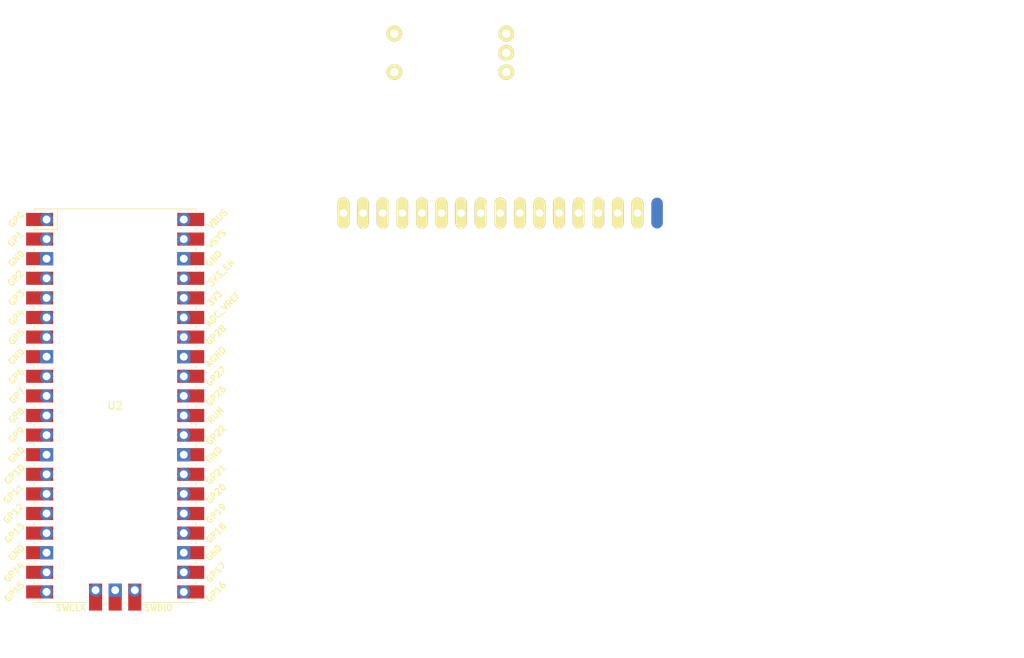
<source format=kicad_pcb>
(kicad_pcb (version 20211014) (generator pcbnew)
  (layers (0 "F.Cu" signal) (31 "B.Cu" signal) (34 "B.Paste" user) (35 "F.Paste" user) (36 "B.SilkS" user "B.Silkscreen") (37 "F.SilkS" user "F.Silkscreen") (38 "B.Mask" user) (39 "F.Mask" user) (44 "Edge.Cuts" user))
  (net 0 "")
  (net 7 "Net-(RV1-Pad3)")
  (net 8 "/LCD_RS")
  (net 9 "/LCD_E")
  (net 10 "/LCD_D4")
  (net 12 "/LCD_D5")
  (net 13 "/LCD_D6")
  (net 14 "/LCD_D7")
  (net 18 "Net-(U1-Pad16)")
  (net 37 "/KILL")
  (net 38 "/UP")
  (net 42 "GND")
  (net 43 "+5V")
  (net 44 "/DOWN")
  (net 45 "/ROT_SW")
  (net 46 "/BACK")
  (net 47 "/ROT_DT")
  (net 48 "/ROT_CLK")
  (net 49 "Net-(U2-Pad20)")
  (net 50 "Net-(U1-Pad15)")
  (footprint "tinkerforge:LCD-20x4" (layer "F.Cu") (at 152.4 83.82)
    (fp_text reference "U1")
    (fp_text value "LCD-20X4")
    (pad "" smd oval (at 1.64084 -27.50058) (size 1.50114 4.0005) (layers "B.Cu" "B.Paste" "B.Mask"))
    (pad "1" thru_hole oval (at -38.99916 -27.50058) (size 1.50114 4.0005) (drill 1.00076) (layers *.Cu *.Mask "F.SilkS") (net 42 "GND"))
    (pad "2" thru_hole oval (at -36.45916 -27.50058) (size 1.50114 4.0005) (drill 1.00076) (layers *.Cu *.Mask "F.SilkS") (net 43 "+5V"))
    (pad "3" thru_hole oval (at -33.91916 -27.50058) (size 1.50114 4.0005) (drill 1.00076) (layers *.Cu *.Mask "F.SilkS") (net 7 "Net-(RV1-Pad3)"))
    (pad "4" thru_hole oval (at -31.37916 -27.50058) (size 1.50114 4.0005) (drill 1.00076) (layers *.Cu *.Mask "F.SilkS") (net 8 "/LCD_RS"))
    (pad "5" thru_hole oval (at -28.83916 -27.50058) (size 1.50114 4.0005) (drill 1.00076) (layers *.Cu *.Mask "F.SilkS") (net 42 "GND"))
    (pad "6" thru_hole oval (at -26.29916 -27.50058) (size 1.50114 4.0005) (drill 1.00076) (layers *.Cu *.Mask "F.SilkS") (net 9 "/LCD_E"))
    (pad "7" thru_hole oval (at -23.75916 -27.50058) (size 1.50114 4.0005) (drill 1.00076) (layers *.Cu *.Mask "F.SilkS"))
    (pad "8" thru_hole oval (at -21.21916 -27.50058) (size 1.50114 4.0005) (drill 1.00076) (layers *.Cu *.Mask "F.SilkS"))
    (pad "9" thru_hole oval (at -18.67916 -27.50058) (size 1.50114 4.0005) (drill 1.00076) (layers *.Cu *.Mask "F.SilkS"))
    (pad "10" thru_hole oval (at -16.13916 -27.50058) (size 1.50114 4.0005) (drill 1.00076) (layers *.Cu *.Mask "F.SilkS"))
    (pad "11" thru_hole oval (at -13.59916 -27.50058) (size 1.50114 4.0005) (drill 1.00076) (layers *.Cu *.Mask "F.SilkS") (net 10 "/LCD_D4"))
    (pad "12" thru_hole oval (at -11.05916 -27.50058) (size 1.50114 4.0005) (drill 1.00076) (layers *.Cu *.Mask "F.SilkS") (net 12 "/LCD_D5"))
    (pad "13" thru_hole oval (at -8.51916 -27.50058) (size 1.50114 4.0005) (drill 1.00076) (layers *.Cu *.Mask "F.SilkS") (net 13 "/LCD_D6"))
    (pad "14" thru_hole oval (at -5.97916 -27.50058) (size 1.50114 4.0005) (drill 1.00076) (layers *.Cu *.Mask "F.SilkS") (net 14 "/LCD_D7"))
    (pad "15" thru_hole oval (at -3.43916 -27.50058) (size 1.50114 4.0005) (drill 1.00076) (layers *.Cu *.Mask "F.SilkS") (net 50 "Net-(U1-Pad15)"))
    (pad "16" thru_hole oval (at -0.89916 -27.50058) (size 1.50114 4.0005) (drill 1.00076) (layers *.Cu *.Mask "F.SilkS") (net 18 "Net-(U1-Pad16)"))
  )
  (footprint "MCU_RaspberryPi_and_Boards:RPi_Pico_SMD_TH" (layer "F.Cu") (at 83.82 81.28)
    (fp_text reference "U2" (at 0 0) (layer "F.SilkS"))
    (fp_text value "Pico")
    (fp_text user "3V3_EN" (at 13.7 -17.2 45) (layer "F.SilkS") (effects (font (size 0.8 0.8))))
    (fp_text user "AGND" (at 13.054 -6.35 45) (layer "F.SilkS") (effects (font (size 0.8 0.8))))
    (fp_text user "GP13" (at -13.054 16.51 45) (layer "F.SilkS") (effects (font (size 0.8 0.8))))
    (fp_text user "GP12" (at -13.2 13.97 45) (layer "F.SilkS") (effects (font (size 0.8 0.8))))
    (fp_text user "RUN" (at 13 1.27 45) (layer "F.SilkS") (effects (font (size 0.8 0.8))))
    (fp_text user "SWCLK" (at -5.7 26.2) (layer "F.SilkS") (effects (font (size 0.8 0.8))))
    (fp_text user "GND" (at -12.8 -19.05 45) (layer "F.SilkS") (effects (font (size 0.8 0.8))))
    (fp_text user "GP10" (at -13.054 8.89 45) (layer "F.SilkS") (effects (font (size 0.8 0.8))))
    (fp_text user "VSYS" (at 13.2 -21.59 45) (layer "F.SilkS") (effects (font (size 0.8 0.8))))
    (fp_text user "GP3" (at -12.8 -13.97 45) (layer "F.SilkS") (effects (font (size 0.8 0.8))))
    (fp_text user "GND" (at -12.8 -6.35 45) (layer "F.SilkS") (effects (font (size 0.8 0.8))))
    (fp_text user "GP1" (at -12.9 -21.6 45) (layer "F.SilkS") (effects (font (size 0.8 0.8))))
    (fp_text user "GP17" (at 13.054 21.59 45) (layer "F.SilkS") (effects (font (size 0.8 0.8))))
    (fp_text user "GP20" (at 13.054 11.43 45) (layer "F.SilkS") (effects (font (size 0.8 0.8))))
    (fp_text user "GP15" (at -13.054 24.13 45) (layer "F.SilkS") (effects (font (size 0.8 0.8))))
    (fp_text user "GND" (at 12.8 6.35 45) (layer "F.SilkS") (effects (font (size 0.8 0.8))))
    (fp_text user "ADC_VREF" (at 14 -12.5 45) (layer "F.SilkS") (effects (font (size 0.8 0.8))))
    (fp_text user "GP8" (at -12.8 1.27 45) (layer "F.SilkS") (effects (font (size 0.8 0.8))))
    (fp_text user "GP19" (at 13.054 13.97 45) (layer "F.SilkS") (effects (font (size 0.8 0.8))))
    (fp_text user "GND" (at -12.8 19.05 45) (layer "F.SilkS") (effects (font (size 0.8 0.8))))
    (fp_text user "GP18" (at 13.054 16.51 45) (layer "F.SilkS") (effects (font (size 0.8 0.8))))
    (fp_text user "GP16" (at 13.054 24.13 45) (layer "F.SilkS") (effects (font (size 0.8 0.8))))
    (fp_text user "GP11" (at -13.2 11.43 45) (layer "F.SilkS") (effects (font (size 0.8 0.8))))
    (fp_text user "GP9" (at -12.8 3.81 45) (layer "F.SilkS") (effects (font (size 0.8 0.8))))
    (fp_text user "GP2" (at -12.9 -16.51 45) (layer "F.SilkS") (effects (font (size 0.8 0.8))))
    (fp_text user "GP4" (at -12.8 -11.43 45) (layer "F.SilkS") (effects (font (size 0.8 0.8))))
    (fp_text user "GND" (at 12.8 19.05 45) (layer "F.SilkS") (effects (font (size 0.8 0.8))))
    (fp_text user "GP0" (at -12.8 -24.13 45) (layer "F.SilkS") (effects (font (size 0.8 0.8))))
    (fp_text user "3V3" (at 12.9 -13.9 45) (layer "F.SilkS") (effects (font (size 0.8 0.8))))
    (fp_text user "GND" (at 12.8 -19.05 45) (layer "F.SilkS") (effects (font (size 0.8 0.8))))
    (fp_text user "GP21" (at 13.054 8.9 45) (layer "F.SilkS") (effects (font (size 0.8 0.8))))
    (fp_text user "GP7" (at -12.7 -1.3 45) (layer "F.SilkS") (effects (font (size 0.8 0.8))))
    (fp_text user "GP28" (at 13.054 -9.144 45) (layer "F.SilkS") (effects (font (size 0.8 0.8))))
    (fp_text user "GP5" (at -12.8 -8.89 45) (layer "F.SilkS") (effects (font (size 0.8 0.8))))
    (fp_text user "VBUS" (at 13.3 -24.2 45) (layer "F.SilkS") (effects (font (size 0.8 0.8))))
    (fp_text user "GP22" (at 13.054 3.81 45) (layer "F.SilkS") (effects (font (size 0.8 0.8))))
    (fp_text user "GP6" (at -12.8 -3.81 45) (layer "F.SilkS") (effects (font (size 0.8 0.8))))
    (fp_text user "SWDIO" (at 5.6 26.2) (layer "F.SilkS") (effects (font (size 0.8 0.8))))
    (fp_text user "GP26" (at 13.054 -1.27 45) (layer "F.SilkS") (effects (font (size 0.8 0.8))))
    (fp_text user "GP14" (at -13.1 21.59 45) (layer "F.SilkS") (effects (font (size 0.8 0.8))))
    (fp_text user "GP27" (at 13.054 -3.8 45) (layer "F.SilkS") (effects (font (size 0.8 0.8))))
    (fp_text user "GND" (at -12.8 6.35 45) (layer "F.SilkS") (effects (font (size 0.8 0.8))))
    (fp_line (start 10.5 20.1) (end 10.5 20.5) (layer "F.SilkS") (width 0.12))
    (fp_line (start 10.5 12.5) (end 10.5 12.9) (layer "F.SilkS") (width 0.12))
    (fp_line (start -10.5 -10.4) (end -10.5 -10) (layer "F.SilkS") (width 0.12))
    (fp_line (start 10.5 -0.2) (end 10.5 0.2) (layer "F.SilkS") (width 0.12))
    (fp_line (start -10.5 -22.833) (end -7.493 -22.833) (layer "F.SilkS") (width 0.12))
    (fp_line (start 10.5 -7.8) (end 10.5 -7.4) (layer "F.SilkS") (width 0.12))
    (fp_line (start -10.5 -12.9) (end -10.5 -12.5) (layer "F.SilkS") (width 0.12))
    (fp_line (start -10.5 17.6) (end -10.5 18) (layer "F.SilkS") (width 0.12))
    (fp_line (start 10.5 4.9) (end 10.5 5.3) (layer "F.SilkS") (width 0.12))
    (fp_line (start -10.5 7.4) (end -10.5 7.8) (layer "F.SilkS") (width 0.12))
    (fp_line (start 10.5 -25.5) (end 10.5 -25.2) (layer "F.SilkS") (width 0.12))
    (fp_line (start 10.5 -12.9) (end 10.5 -12.5) (layer "F.SilkS") (width 0.12))
    (fp_line (start -10.5 -23.1) (end -10.5 -22.7) (layer "F.SilkS") (width 0.12))
    (fp_line (start 10.5 -10.4) (end 10.5 -10) (layer "F.SilkS") (width 0.12))
    (fp_line (start -10.5 -7.8) (end -10.5 -7.4) (layer "F.SilkS") (width 0.12))
    (fp_line (start -10.5 -2.7) (end -10.5 -2.3) (layer "F.SilkS") (width 0.12))
    (fp_line (start -10.5 -5.3) (end -10.5 -4.9) (layer "F.SilkS") (width 0.12))
    (fp_line (start 10.5 2.3) (end 10.5 2.7) (layer "F.SilkS") (width 0.12))
    (fp_line (start 10.5 -5.3) (end 10.5 -4.9) (layer "F.SilkS") (width 0.12))
    (fp_line (start -10.5 10) (end -10.5 10.4) (layer "F.SilkS") (width 0.12))
    (fp_line (start -10.5 -25.5) (end -10.5 -25.2) (layer "F.SilkS") (width 0.12))
    (fp_line (start -10.5 -0.2) (end -10.5 0.2) (layer "F.SilkS") (width 0.12))
    (fp_line (start 10.5 22.7) (end 10.5 23.1) (layer "F.SilkS") (width 0.12))
    (fp_line (start -10.5 15.1) (end -10.5 15.5) (layer "F.SilkS") (width 0.12))
    (fp_line (start -10.5 -15.4) (end -10.5 -15) (layer "F.SilkS") (width 0.12))
    (fp_line (start 10.5 -15.4) (end 10.5 -15) (layer "F.SilkS") (width 0.12))
    (fp_line (start -10.5 12.5) (end -10.5 12.9) (layer "F.SilkS") (width 0.12))
    (fp_line (start -10.5 -18) (end -10.5 -17.6) (layer "F.SilkS") (width 0.12))
    (fp_line (start -10.5 2.3) (end -10.5 2.7) (layer "F.SilkS") (width 0.12))
    (fp_line (start 10.5 -18) (end 10.5 -17.6) (layer "F.SilkS") (width 0.12))
    (fp_line (start 10.5 17.6) (end 10.5 18) (layer "F.SilkS") (width 0.12))
    (fp_line (start 10.5 15.1) (end 10.5 15.5) (layer "F.SilkS") (width 0.12))
    (fp_line (start -7.493 -22.833) (end -7.493 -25.5) (layer "F.SilkS") (width 0.12))
    (fp_line (start -10.5 -20.5) (end -10.5 -20.1) (layer "F.SilkS") (width 0.12))
    (fp_line (start -10.5 -25.5) (end 10.5 -25.5) (layer "F.SilkS") (width 0.12))
    (fp_line (start -3.7 25.5) (end -10.5 25.5) (layer "F.SilkS") (width 0.12))
    (fp_line (start 10.5 -20.5) (end 10.5 -20.1) (layer "F.SilkS") (width 0.12))
    (fp_line (start 10.5 7.4) (end 10.5 7.8) (layer "F.SilkS") (width 0.12))
    (fp_line (start -10.5 4.9) (end -10.5 5.3) (layer "F.SilkS") (width 0.12))
    (fp_line (start 10.5 -23.1) (end 10.5 -22.7) (layer "F.SilkS") (width 0.12))
    (fp_line (start -10.5 20.1) (end -10.5 20.5) (layer "F.SilkS") (width 0.12))
    (fp_line (start 10.5 25.5) (end 3.7 25.5) (layer "F.SilkS") (width 0.12))
    (fp_line (start 10.5 10) (end 10.5 10.4) (layer "F.SilkS") (width 0.12))
    (fp_line (start -10.5 22.7) (end -10.5 23.1) (layer "F.SilkS") (width 0.12))
    (fp_line (start 1.1 25.5) (end 1.5 25.5) (layer "F.SilkS") (width 0.12))
    (fp_line (start -1.5 25.5) (end -1.1 25.5) (layer "F.SilkS") (width 0.12))
    (fp_line (start 10.5 -2.7) (end 10.5 -2.3) (layer "F.SilkS") (width 0.12))
    (pad "" np_thru_hole oval (at 2.425 -20.97) (size 1.5 1.5) (drill 1.5) (layers *.Cu *.Mask))
    (pad "" np_thru_hole oval (at -2.425 -20.97) (size 1.5 1.5) (drill 1.5) (layers *.Cu *.Mask))
    (pad "" np_thru_hole oval (at -2.725 -24) (size 1.8 1.8) (drill 1.8) (layers *.Cu *.Mask))
    (pad "" np_thru_hole oval (at 2.725 -24) (size 1.8 1.8) (drill 1.8) (layers *.Cu *.Mask))
    (pad "1" thru_hole oval (at -8.89 -24.13) (size 1.7 1.7) (drill 1.02) (layers *.Cu *.Mask) (net 8 "/LCD_RS"))
    (pad "1" smd rect (at -8.89 -24.13) (size 3.5 1.7) (drill (offset -0.9 0)) (layers "F.Cu" "F.Mask") (net 8 "/LCD_RS"))
    (pad "2" thru_hole oval (at -8.89 -21.59) (size 1.7 1.7) (drill 1.02) (layers *.Cu *.Mask) (net 9 "/LCD_E"))
    (pad "2" smd rect (at -8.89 -21.59) (size 3.5 1.7) (drill (offset -0.9 0)) (layers "F.Cu" "F.Mask") (net 9 "/LCD_E"))
    (pad "3" smd rect (at -8.89 -19.05) (size 3.5 1.7) (drill (offset -0.9 0)) (layers "F.Cu" "F.Mask"))
    (pad "3" thru_hole rect (at -8.89 -19.05) (size 1.7 1.7) (drill 1.02) (layers *.Cu *.Mask))
    (pad "4" smd rect (at -8.89 -16.51) (size 3.5 1.7) (drill (offset -0.9 0)) (layers "F.Cu" "F.Mask") (net 14 "/LCD_D7"))
    (pad "4" thru_hole oval (at -8.89 -16.51) (size 1.7 1.7) (drill 1.02) (layers *.Cu *.Mask) (net 14 "/LCD_D7"))
    (pad "5" smd rect (at -8.89 -13.97) (size 3.5 1.7) (drill (offset -0.9 0)) (layers "F.Cu" "F.Mask") (net 13 "/LCD_D6"))
    (pad "5" thru_hole oval (at -8.89 -13.97) (size 1.7 1.7) (drill 1.02) (layers *.Cu *.Mask) (net 13 "/LCD_D6"))
    (pad "6" thru_hole oval (at -8.89 -11.43) (size 1.7 1.7) (drill 1.02) (layers *.Cu *.Mask) (net 12 "/LCD_D5"))
    (pad "6" smd rect (at -8.89 -11.43) (size 3.5 1.7) (drill (offset -0.9 0)) (layers "F.Cu" "F.Mask") (net 12 "/LCD_D5"))
    (pad "7" thru_hole oval (at -8.89 -8.89) (size 1.7 1.7) (drill 1.02) (layers *.Cu *.Mask) (net 10 "/LCD_D4"))
    (pad "7" smd rect (at -8.89 -8.89) (size 3.5 1.7) (drill (offset -0.9 0)) (layers "F.Cu" "F.Mask") (net 10 "/LCD_D4"))
    (pad "8" smd rect (at -8.89 -6.35) (size 3.5 1.7) (drill (offset -0.9 0)) (layers "F.Cu" "F.Mask"))
    (pad "8" thru_hole rect (at -8.89 -6.35) (size 1.7 1.7) (drill 1.02) (layers *.Cu *.Mask))
    (pad "9" smd rect (at -8.89 -3.81) (size 3.5 1.7) (drill (offset -0.9 0)) (layers "F.Cu" "F.Mask") (net 37 "/KILL"))
    (pad "9" thru_hole oval (at -8.89 -3.81) (size 1.7 1.7) (drill 1.02) (layers *.Cu *.Mask) (net 37 "/KILL"))
    (pad "10" smd rect (at -8.89 -1.27) (size 3.5 1.7) (drill (offset -0.9 0)) (layers "F.Cu" "F.Mask") (net 38 "/UP"))
    (pad "10" thru_hole oval (at -8.89 -1.27) (size 1.7 1.7) (drill 1.02) (layers *.Cu *.Mask) (net 38 "/UP"))
    (pad "11" smd rect (at -8.89 1.27) (size 3.5 1.7) (drill (offset -0.9 0)) (layers "F.Cu" "F.Mask") (net 44 "/DOWN"))
    (pad "11" thru_hole oval (at -8.89 1.27) (size 1.7 1.7) (drill 1.02) (layers *.Cu *.Mask) (net 44 "/DOWN"))
    (pad "12" thru_hole oval (at -8.89 3.81) (size 1.7 1.7) (drill 1.02) (layers *.Cu *.Mask) (net 45 "/ROT_SW"))
    (pad "12" smd rect (at -8.89 3.81) (size 3.5 1.7) (drill (offset -0.9 0)) (layers "F.Cu" "F.Mask") (net 45 "/ROT_SW"))
    (pad "13" smd rect (at -8.89 6.35) (size 3.5 1.7) (drill (offset -0.9 0)) (layers "F.Cu" "F.Mask"))
    (pad "13" thru_hole rect (at -8.89 6.35) (size 1.7 1.7) (drill 1.02) (layers *.Cu *.Mask))
    (pad "14" smd rect (at -8.89 8.89) (size 3.5 1.7) (drill (offset -0.9 0)) (layers "F.Cu" "F.Mask") (net 46 "/BACK"))
    (pad "14" thru_hole oval (at -8.89 8.89) (size 1.7 1.7) (drill 1.02) (layers *.Cu *.Mask) (net 46 "/BACK"))
    (pad "15" thru_hole oval (at -8.89 11.43) (size 1.7 1.7) (drill 1.02) (layers *.Cu *.Mask) (net 47 "/ROT_DT"))
    (pad "15" smd rect (at -8.89 11.43) (size 3.5 1.7) (drill (offset -0.9 0)) (layers "F.Cu" "F.Mask") (net 47 "/ROT_DT"))
    (pad "16" smd rect (at -8.89 13.97) (size 3.5 1.7) (drill (offset -0.9 0)) (layers "F.Cu" "F.Mask") (net 48 "/ROT_CLK"))
    (pad "16" thru_hole oval (at -8.89 13.97) (size 1.7 1.7) (drill 1.02) (layers *.Cu *.Mask) (net 48 "/ROT_CLK"))
    (pad "17" thru_hole oval (at -8.89 16.51) (size 1.7 1.7) (drill 1.02) (layers *.Cu *.Mask))
    (pad "17" smd rect (at -8.89 16.51) (size 3.5 1.7) (drill (offset -0.9 0)) (layers "F.Cu" "F.Mask"))
    (pad "18" thru_hole rect (at -8.89 19.05) (size 1.7 1.7) (drill 1.02) (layers *.Cu *.Mask))
    (pad "18" smd rect (at -8.89 19.05) (size 3.5 1.7) (drill (offset -0.9 0)) (layers "F.Cu" "F.Mask"))
    (pad "19" thru_hole oval (at -8.89 21.59) (size 1.7 1.7) (drill 1.02) (layers *.Cu *.Mask))
    (pad "19" smd rect (at -8.89 21.59) (size 3.5 1.7) (drill (offset -0.9 0)) (layers "F.Cu" "F.Mask"))
    (pad "20" smd rect (at -8.89 24.13) (size 3.5 1.7) (drill (offset -0.9 0)) (layers "F.Cu" "F.Mask") (net 49 "Net-(U2-Pad20)"))
    (pad "20" thru_hole oval (at -8.89 24.13) (size 1.7 1.7) (drill 1.02) (layers *.Cu *.Mask) (net 49 "Net-(U2-Pad20)"))
    (pad "21" thru_hole oval (at 8.89 24.13) (size 1.7 1.7) (drill 1.02) (layers *.Cu *.Mask))
    (pad "21" smd rect (at 8.89 24.13) (size 3.5 1.7) (drill (offset 0.9 0)) (layers "F.Cu" "F.Mask"))
    (pad "22" thru_hole oval (at 8.89 21.59) (size 1.7 1.7) (drill 1.02) (layers *.Cu *.Mask))
    (pad "22" smd rect (at 8.89 21.59) (size 3.5 1.7) (drill (offset 0.9 0)) (layers "F.Cu" "F.Mask"))
    (pad "23" thru_hole rect (at 8.89 19.05) (size 1.7 1.7) (drill 1.02) (layers *.Cu *.Mask))
    (pad "23" smd rect (at 8.89 19.05) (size 3.5 1.7) (drill (offset 0.9 0)) (layers "F.Cu" "F.Mask"))
    (pad "24" smd rect (at 8.89 16.51) (size 3.5 1.7) (drill (offset 0.9 0)) (layers "F.Cu" "F.Mask"))
    (pad "24" thru_hole oval (at 8.89 16.51) (size 1.7 1.7) (drill 1.02) (layers *.Cu *.Mask))
    (pad "25" thru_hole oval (at 8.89 13.97) (size 1.7 1.7) (drill 1.02) (layers *.Cu *.Mask))
    (pad "25" smd rect (at 8.89 13.97) (size 3.5 1.7) (drill (offset 0.9 0)) (layers "F.Cu" "F.Mask"))
    (pad "26" thru_hole oval (at 8.89 11.43) (size 1.7 1.7) (drill 1.02) (layers *.Cu *.Mask))
    (pad "26" smd rect (at 8.89 11.43) (size 3.5 1.7) (drill (offset 0.9 0)) (layers "F.Cu" "F.Mask"))
    (pad "27" smd rect (at 8.89 8.89) (size 3.5 1.7) (drill (offset 0.9 0)) (layers "F.Cu" "F.Mask"))
    (pad "27" thru_hole oval (at 8.89 8.89) (size 1.7 1.7) (drill 1.02) (layers *.Cu *.Mask))
    (pad "28" smd rect (at 8.89 6.35) (size 3.5 1.7) (drill (offset 0.9 0)) (layers "F.Cu" "F.Mask"))
    (pad "28" thru_hole rect (at 8.89 6.35) (size 1.7 1.7) (drill 1.02) (layers *.Cu *.Mask))
    (pad "29" thru_hole oval (at 8.89 3.81) (size 1.7 1.7) (drill 1.02) (layers *.Cu *.Mask))
    (pad "29" smd rect (at 8.89 3.81) (size 3.5 1.7) (drill (offset 0.9 0)) (layers "F.Cu" "F.Mask"))
    (pad "30" thru_hole oval (at 8.89 1.27) (size 1.7 1.7) (drill 1.02) (layers *.Cu *.Mask))
    (pad "30" smd rect (at 8.89 1.27) (size 3.5 1.7) (drill (offset 0.9 0)) (layers "F.Cu" "F.Mask"))
    (pad "31" thru_hole oval (at 8.89 -1.27) (size 1.7 1.7) (drill 1.02) (layers *.Cu *.Mask))
    (pad "31" smd rect (at 8.89 -1.27) (size 3.5 1.7) (drill (offset 0.9 0)) (layers "F.Cu" "F.Mask"))
    (pad "32" thru_hole oval (at 8.89 -3.81) (size 1.7 1.7) (drill 1.02) (layers *.Cu *.Mask))
    (pad "32" smd rect (at 8.89 -3.81) (size 3.5 1.7) (drill (offset 0.9 0)) (layers "F.Cu" "F.Mask"))
    (pad "33" thru_hole rect (at 8.89 -6.35) (size 1.7 1.7) (drill 1.02) (layers *.Cu *.Mask))
    (pad "33" smd rect (at 8.89 -6.35) (size 3.5 1.7) (drill (offset 0.9 0)) (layers "F.Cu" "F.Mask"))
    (pad "34" thru_hole oval (at 8.89 -8.89) (size 1.7 1.7) (drill 1.02) (layers *.Cu *.Mask))
    (pad "34" smd rect (at 8.89 -8.89) (size 3.5 1.7) (drill (offset 0.9 0)) (layers "F.Cu" "F.Mask"))
    (pad "35" smd rect (at 8.89 -11.43) (size 3.5 1.7) (drill (offset 0.9 0)) (layers "F.Cu" "F.Mask"))
    (pad "35" thru_hole oval (at 8.89 -11.43) (size 1.7 1.7) (drill 1.02) (layers *.Cu *.Mask))
    (pad "36" smd rect (at 8.89 -13.97) (size 3.5 1.7) (drill (offset 0.9 0)) (layers "F.Cu" "F.Mask"))
    (pad "36" thru_hole oval (at 8.89 -13.97) (size 1.7 1.7) (drill 1.02) (layers *.Cu *.Mask))
    (pad "37" smd rect (at 8.89 -16.51) (size 3.5 1.7) (drill (offset 0.9 0)) (layers "F.Cu" "F.Mask"))
    (pad "37" thru_hole oval (at 8.89 -16.51) (size 1.7 1.7) (drill 1.02) (layers *.Cu *.Mask))
    (pad "38" thru_hole rect (at 8.89 -19.05) (size 1.7 1.7) (drill 1.02) (layers *.Cu *.Mask))
    (pad "38" smd rect (at 8.89 -19.05) (size 3.5 1.7) (drill (offset 0.9 0)) (layers "F.Cu" "F.Mask"))
    (pad "39" smd rect (at 8.89 -21.59) (size 3.5 1.7) (drill (offset 0.9 0)) (layers "F.Cu" "F.Mask") (net 42 "GND"))
    (pad "39" thru_hole oval (at 8.89 -21.59) (size 1.7 1.7) (drill 1.02) (layers *.Cu *.Mask) (net 42 "GND"))
    (pad "40" thru_hole oval (at 8.89 -24.13) (size 1.7 1.7) (drill 1.02) (layers *.Cu *.Mask) (net 43 "+5V"))
    (pad "40" smd rect (at 8.89 -24.13) (size 3.5 1.7) (drill (offset 0.9 0)) (layers "F.Cu" "F.Mask") (net 43 "+5V"))
    (pad "41" thru_hole oval (at -2.54 23.9) (size 1.7 1.7) (drill 1.02) (layers *.Cu *.Mask))
    (pad "41" smd rect (at -2.54 23.9 90) (size 3.5 1.7) (drill (offset -0.9 0)) (layers "F.Cu" "F.Mask"))
    (pad "42" smd rect (at 0 23.9 90) (size 3.5 1.7) (drill (offset -0.9 0)) (layers "F.Cu" "F.Mask"))
    (pad "42" thru_hole rect (at 0 23.9) (size 1.7 1.7) (drill 1.02) (layers *.Cu *.Mask))
    (pad "43" thru_hole oval (at 2.54 23.9) (size 1.7 1.7) (drill 1.02) (layers *.Cu *.Mask))
    (pad "43" smd rect (at 2.54 23.9 90) (size 3.5 1.7) (drill (offset -0.9 0)) (layers "F.Cu" "F.Mask"))
  )
  (footprint "tinkerforge:ROTARY_ENCODER" (layer "F.Cu") (at 127 35.56)
    (fp_text reference "U3")
    (fp_text value "ROTARY_ENCODER_MODULE")
    (pad "" np_thru_hole circle locked (at 0 5.6) (size 2.5 2.5) (drill 2.5) (layers *.Cu *.Mask "F.SilkS"))
    (pad "" np_thru_hole circle locked (at 0 -5.6) (size 2.5 2.5) (drill 2.5) (layers *.Cu *.Mask "F.SilkS"))
    (pad "A" thru_hole circle locked (at 7.5 2.5) (size 2 2) (drill 1.1) (layers *.Cu *.Mask "F.SilkS"))
    (pad "B" thru_hole circle locked (at 7.5 -2.5) (size 2 2) (drill 1.1) (layers *.Cu *.Mask "F.SilkS"))
    (pad "C" thru_hole circle locked (at 7.5 0) (size 2 2) (drill 1.1) (layers *.Cu *.Mask "F.SilkS"))
    (pad "SW1" thru_hole circle locked (at -7 -2.5) (size 2 2) (drill 1.1) (layers *.Cu *.Mask "F.SilkS"))
    (pad "SW2" thru_hole circle locked (at -7 2.5) (size 2 2) (drill 1.1) (layers *.Cu *.Mask "F.SilkS"))
  )
)
</source>
